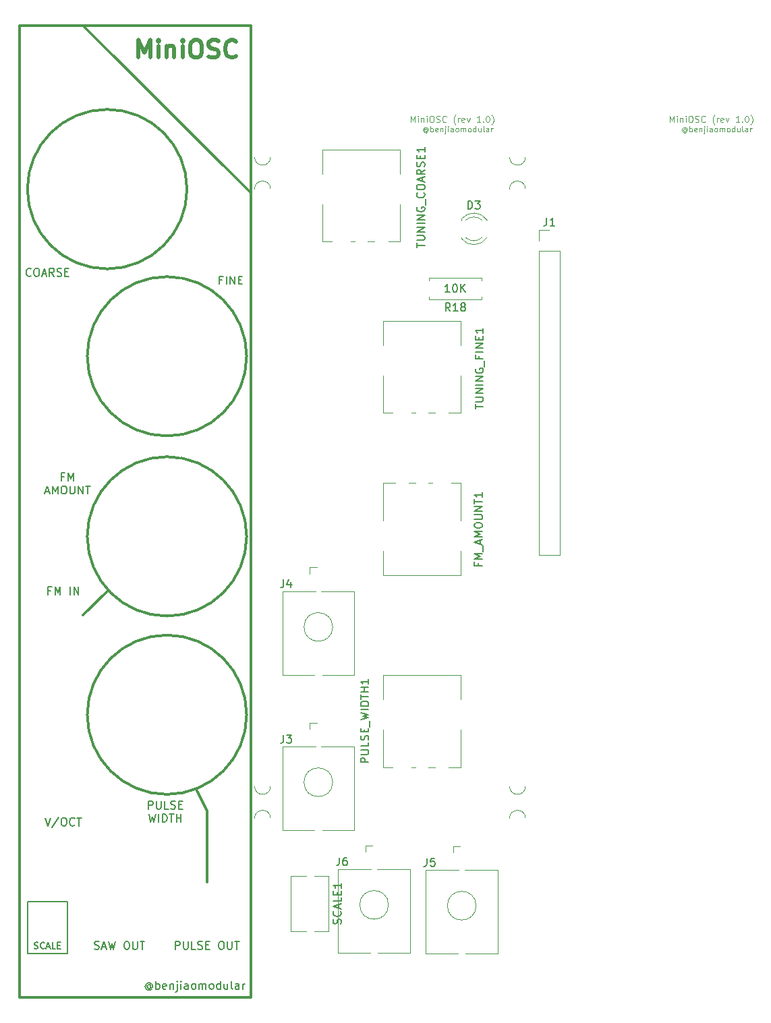
<source format=gbr>
%TF.GenerationSoftware,KiCad,Pcbnew,5.1.9+dfsg1-1~bpo10+1*%
%TF.CreationDate,2021-11-05T16:17:06+08:00*%
%TF.ProjectId,MiniOSC,4d696e69-4f53-4432-9e6b-696361645f70,rev?*%
%TF.SameCoordinates,Original*%
%TF.FileFunction,Legend,Top*%
%TF.FilePolarity,Positive*%
%FSLAX46Y46*%
G04 Gerber Fmt 4.6, Leading zero omitted, Abs format (unit mm)*
G04 Created by KiCad (PCBNEW 5.1.9+dfsg1-1~bpo10+1) date 2021-11-05 16:17:06*
%MOMM*%
%LPD*%
G01*
G04 APERTURE LIST*
%ADD10C,0.100000*%
%ADD11C,0.150000*%
%ADD12C,0.300000*%
%ADD13C,0.500000*%
%ADD14C,0.120000*%
G04 APERTURE END LIST*
D10*
X124116666Y-58483333D02*
X124083333Y-58450000D01*
X124016666Y-58416666D01*
X123950000Y-58416666D01*
X123883333Y-58450000D01*
X123850000Y-58483333D01*
X123816666Y-58550000D01*
X123816666Y-58616666D01*
X123850000Y-58683333D01*
X123883333Y-58716666D01*
X123950000Y-58750000D01*
X124016666Y-58750000D01*
X124083333Y-58716666D01*
X124116666Y-58683333D01*
X124116666Y-58416666D02*
X124116666Y-58683333D01*
X124150000Y-58716666D01*
X124183333Y-58716666D01*
X124250000Y-58683333D01*
X124283333Y-58616666D01*
X124283333Y-58450000D01*
X124216666Y-58350000D01*
X124116666Y-58283333D01*
X123983333Y-58250000D01*
X123850000Y-58283333D01*
X123750000Y-58350000D01*
X123683333Y-58450000D01*
X123650000Y-58583333D01*
X123683333Y-58716666D01*
X123750000Y-58816666D01*
X123850000Y-58883333D01*
X123983333Y-58916666D01*
X124116666Y-58883333D01*
X124216666Y-58816666D01*
X124583333Y-58816666D02*
X124583333Y-58116666D01*
X124583333Y-58383333D02*
X124650000Y-58350000D01*
X124783333Y-58350000D01*
X124850000Y-58383333D01*
X124883333Y-58416666D01*
X124916666Y-58483333D01*
X124916666Y-58683333D01*
X124883333Y-58750000D01*
X124850000Y-58783333D01*
X124783333Y-58816666D01*
X124650000Y-58816666D01*
X124583333Y-58783333D01*
X125483333Y-58783333D02*
X125416666Y-58816666D01*
X125283333Y-58816666D01*
X125216666Y-58783333D01*
X125183333Y-58716666D01*
X125183333Y-58450000D01*
X125216666Y-58383333D01*
X125283333Y-58350000D01*
X125416666Y-58350000D01*
X125483333Y-58383333D01*
X125516666Y-58450000D01*
X125516666Y-58516666D01*
X125183333Y-58583333D01*
X125816666Y-58350000D02*
X125816666Y-58816666D01*
X125816666Y-58416666D02*
X125850000Y-58383333D01*
X125916666Y-58350000D01*
X126016666Y-58350000D01*
X126083333Y-58383333D01*
X126116666Y-58450000D01*
X126116666Y-58816666D01*
X126450000Y-58350000D02*
X126450000Y-58950000D01*
X126416666Y-59016666D01*
X126350000Y-59050000D01*
X126316666Y-59050000D01*
X126450000Y-58116666D02*
X126416666Y-58150000D01*
X126450000Y-58183333D01*
X126483333Y-58150000D01*
X126450000Y-58116666D01*
X126450000Y-58183333D01*
X126783333Y-58816666D02*
X126783333Y-58350000D01*
X126783333Y-58116666D02*
X126750000Y-58150000D01*
X126783333Y-58183333D01*
X126816666Y-58150000D01*
X126783333Y-58116666D01*
X126783333Y-58183333D01*
X127416666Y-58816666D02*
X127416666Y-58450000D01*
X127383333Y-58383333D01*
X127316666Y-58350000D01*
X127183333Y-58350000D01*
X127116666Y-58383333D01*
X127416666Y-58783333D02*
X127350000Y-58816666D01*
X127183333Y-58816666D01*
X127116666Y-58783333D01*
X127083333Y-58716666D01*
X127083333Y-58650000D01*
X127116666Y-58583333D01*
X127183333Y-58550000D01*
X127350000Y-58550000D01*
X127416666Y-58516666D01*
X127850000Y-58816666D02*
X127783333Y-58783333D01*
X127750000Y-58750000D01*
X127716666Y-58683333D01*
X127716666Y-58483333D01*
X127750000Y-58416666D01*
X127783333Y-58383333D01*
X127850000Y-58350000D01*
X127950000Y-58350000D01*
X128016666Y-58383333D01*
X128050000Y-58416666D01*
X128083333Y-58483333D01*
X128083333Y-58683333D01*
X128050000Y-58750000D01*
X128016666Y-58783333D01*
X127950000Y-58816666D01*
X127850000Y-58816666D01*
X128383333Y-58816666D02*
X128383333Y-58350000D01*
X128383333Y-58416666D02*
X128416666Y-58383333D01*
X128483333Y-58350000D01*
X128583333Y-58350000D01*
X128650000Y-58383333D01*
X128683333Y-58450000D01*
X128683333Y-58816666D01*
X128683333Y-58450000D02*
X128716666Y-58383333D01*
X128783333Y-58350000D01*
X128883333Y-58350000D01*
X128950000Y-58383333D01*
X128983333Y-58450000D01*
X128983333Y-58816666D01*
X129416666Y-58816666D02*
X129350000Y-58783333D01*
X129316666Y-58750000D01*
X129283333Y-58683333D01*
X129283333Y-58483333D01*
X129316666Y-58416666D01*
X129350000Y-58383333D01*
X129416666Y-58350000D01*
X129516666Y-58350000D01*
X129583333Y-58383333D01*
X129616666Y-58416666D01*
X129650000Y-58483333D01*
X129650000Y-58683333D01*
X129616666Y-58750000D01*
X129583333Y-58783333D01*
X129516666Y-58816666D01*
X129416666Y-58816666D01*
X130250000Y-58816666D02*
X130250000Y-58116666D01*
X130250000Y-58783333D02*
X130183333Y-58816666D01*
X130050000Y-58816666D01*
X129983333Y-58783333D01*
X129950000Y-58750000D01*
X129916666Y-58683333D01*
X129916666Y-58483333D01*
X129950000Y-58416666D01*
X129983333Y-58383333D01*
X130050000Y-58350000D01*
X130183333Y-58350000D01*
X130250000Y-58383333D01*
X130883333Y-58350000D02*
X130883333Y-58816666D01*
X130583333Y-58350000D02*
X130583333Y-58716666D01*
X130616666Y-58783333D01*
X130683333Y-58816666D01*
X130783333Y-58816666D01*
X130850000Y-58783333D01*
X130883333Y-58750000D01*
X131316666Y-58816666D02*
X131250000Y-58783333D01*
X131216666Y-58716666D01*
X131216666Y-58116666D01*
X131883333Y-58816666D02*
X131883333Y-58450000D01*
X131850000Y-58383333D01*
X131783333Y-58350000D01*
X131650000Y-58350000D01*
X131583333Y-58383333D01*
X131883333Y-58783333D02*
X131816666Y-58816666D01*
X131650000Y-58816666D01*
X131583333Y-58783333D01*
X131550000Y-58716666D01*
X131550000Y-58650000D01*
X131583333Y-58583333D01*
X131650000Y-58550000D01*
X131816666Y-58550000D01*
X131883333Y-58516666D01*
X132216666Y-58816666D02*
X132216666Y-58350000D01*
X132216666Y-58483333D02*
X132250000Y-58416666D01*
X132283333Y-58383333D01*
X132350000Y-58350000D01*
X132416666Y-58350000D01*
X91616666Y-58483333D02*
X91583333Y-58450000D01*
X91516666Y-58416666D01*
X91450000Y-58416666D01*
X91383333Y-58450000D01*
X91350000Y-58483333D01*
X91316666Y-58550000D01*
X91316666Y-58616666D01*
X91350000Y-58683333D01*
X91383333Y-58716666D01*
X91450000Y-58750000D01*
X91516666Y-58750000D01*
X91583333Y-58716666D01*
X91616666Y-58683333D01*
X91616666Y-58416666D02*
X91616666Y-58683333D01*
X91650000Y-58716666D01*
X91683333Y-58716666D01*
X91750000Y-58683333D01*
X91783333Y-58616666D01*
X91783333Y-58450000D01*
X91716666Y-58350000D01*
X91616666Y-58283333D01*
X91483333Y-58250000D01*
X91350000Y-58283333D01*
X91250000Y-58350000D01*
X91183333Y-58450000D01*
X91150000Y-58583333D01*
X91183333Y-58716666D01*
X91250000Y-58816666D01*
X91350000Y-58883333D01*
X91483333Y-58916666D01*
X91616666Y-58883333D01*
X91716666Y-58816666D01*
X92083333Y-58816666D02*
X92083333Y-58116666D01*
X92083333Y-58383333D02*
X92150000Y-58350000D01*
X92283333Y-58350000D01*
X92350000Y-58383333D01*
X92383333Y-58416666D01*
X92416666Y-58483333D01*
X92416666Y-58683333D01*
X92383333Y-58750000D01*
X92350000Y-58783333D01*
X92283333Y-58816666D01*
X92150000Y-58816666D01*
X92083333Y-58783333D01*
X92983333Y-58783333D02*
X92916666Y-58816666D01*
X92783333Y-58816666D01*
X92716666Y-58783333D01*
X92683333Y-58716666D01*
X92683333Y-58450000D01*
X92716666Y-58383333D01*
X92783333Y-58350000D01*
X92916666Y-58350000D01*
X92983333Y-58383333D01*
X93016666Y-58450000D01*
X93016666Y-58516666D01*
X92683333Y-58583333D01*
X93316666Y-58350000D02*
X93316666Y-58816666D01*
X93316666Y-58416666D02*
X93350000Y-58383333D01*
X93416666Y-58350000D01*
X93516666Y-58350000D01*
X93583333Y-58383333D01*
X93616666Y-58450000D01*
X93616666Y-58816666D01*
X93950000Y-58350000D02*
X93950000Y-58950000D01*
X93916666Y-59016666D01*
X93850000Y-59050000D01*
X93816666Y-59050000D01*
X93950000Y-58116666D02*
X93916666Y-58150000D01*
X93950000Y-58183333D01*
X93983333Y-58150000D01*
X93950000Y-58116666D01*
X93950000Y-58183333D01*
X94283333Y-58816666D02*
X94283333Y-58350000D01*
X94283333Y-58116666D02*
X94250000Y-58150000D01*
X94283333Y-58183333D01*
X94316666Y-58150000D01*
X94283333Y-58116666D01*
X94283333Y-58183333D01*
X94916666Y-58816666D02*
X94916666Y-58450000D01*
X94883333Y-58383333D01*
X94816666Y-58350000D01*
X94683333Y-58350000D01*
X94616666Y-58383333D01*
X94916666Y-58783333D02*
X94850000Y-58816666D01*
X94683333Y-58816666D01*
X94616666Y-58783333D01*
X94583333Y-58716666D01*
X94583333Y-58650000D01*
X94616666Y-58583333D01*
X94683333Y-58550000D01*
X94850000Y-58550000D01*
X94916666Y-58516666D01*
X95350000Y-58816666D02*
X95283333Y-58783333D01*
X95250000Y-58750000D01*
X95216666Y-58683333D01*
X95216666Y-58483333D01*
X95250000Y-58416666D01*
X95283333Y-58383333D01*
X95350000Y-58350000D01*
X95450000Y-58350000D01*
X95516666Y-58383333D01*
X95550000Y-58416666D01*
X95583333Y-58483333D01*
X95583333Y-58683333D01*
X95550000Y-58750000D01*
X95516666Y-58783333D01*
X95450000Y-58816666D01*
X95350000Y-58816666D01*
X95883333Y-58816666D02*
X95883333Y-58350000D01*
X95883333Y-58416666D02*
X95916666Y-58383333D01*
X95983333Y-58350000D01*
X96083333Y-58350000D01*
X96150000Y-58383333D01*
X96183333Y-58450000D01*
X96183333Y-58816666D01*
X96183333Y-58450000D02*
X96216666Y-58383333D01*
X96283333Y-58350000D01*
X96383333Y-58350000D01*
X96450000Y-58383333D01*
X96483333Y-58450000D01*
X96483333Y-58816666D01*
X96916666Y-58816666D02*
X96850000Y-58783333D01*
X96816666Y-58750000D01*
X96783333Y-58683333D01*
X96783333Y-58483333D01*
X96816666Y-58416666D01*
X96850000Y-58383333D01*
X96916666Y-58350000D01*
X97016666Y-58350000D01*
X97083333Y-58383333D01*
X97116666Y-58416666D01*
X97150000Y-58483333D01*
X97150000Y-58683333D01*
X97116666Y-58750000D01*
X97083333Y-58783333D01*
X97016666Y-58816666D01*
X96916666Y-58816666D01*
X97750000Y-58816666D02*
X97750000Y-58116666D01*
X97750000Y-58783333D02*
X97683333Y-58816666D01*
X97550000Y-58816666D01*
X97483333Y-58783333D01*
X97450000Y-58750000D01*
X97416666Y-58683333D01*
X97416666Y-58483333D01*
X97450000Y-58416666D01*
X97483333Y-58383333D01*
X97550000Y-58350000D01*
X97683333Y-58350000D01*
X97750000Y-58383333D01*
X98383333Y-58350000D02*
X98383333Y-58816666D01*
X98083333Y-58350000D02*
X98083333Y-58716666D01*
X98116666Y-58783333D01*
X98183333Y-58816666D01*
X98283333Y-58816666D01*
X98350000Y-58783333D01*
X98383333Y-58750000D01*
X98816666Y-58816666D02*
X98750000Y-58783333D01*
X98716666Y-58716666D01*
X98716666Y-58116666D01*
X99383333Y-58816666D02*
X99383333Y-58450000D01*
X99350000Y-58383333D01*
X99283333Y-58350000D01*
X99150000Y-58350000D01*
X99083333Y-58383333D01*
X99383333Y-58783333D02*
X99316666Y-58816666D01*
X99150000Y-58816666D01*
X99083333Y-58783333D01*
X99050000Y-58716666D01*
X99050000Y-58650000D01*
X99083333Y-58583333D01*
X99150000Y-58550000D01*
X99316666Y-58550000D01*
X99383333Y-58516666D01*
X99716666Y-58816666D02*
X99716666Y-58350000D01*
X99716666Y-58483333D02*
X99750000Y-58416666D01*
X99783333Y-58383333D01*
X99850000Y-58350000D01*
X99916666Y-58350000D01*
X122094523Y-57611904D02*
X122094523Y-56811904D01*
X122361190Y-57383333D01*
X122627857Y-56811904D01*
X122627857Y-57611904D01*
X123008809Y-57611904D02*
X123008809Y-57078571D01*
X123008809Y-56811904D02*
X122970714Y-56850000D01*
X123008809Y-56888095D01*
X123046904Y-56850000D01*
X123008809Y-56811904D01*
X123008809Y-56888095D01*
X123389761Y-57078571D02*
X123389761Y-57611904D01*
X123389761Y-57154761D02*
X123427857Y-57116666D01*
X123504047Y-57078571D01*
X123618333Y-57078571D01*
X123694523Y-57116666D01*
X123732619Y-57192857D01*
X123732619Y-57611904D01*
X124113571Y-57611904D02*
X124113571Y-57078571D01*
X124113571Y-56811904D02*
X124075476Y-56850000D01*
X124113571Y-56888095D01*
X124151666Y-56850000D01*
X124113571Y-56811904D01*
X124113571Y-56888095D01*
X124646904Y-56811904D02*
X124799285Y-56811904D01*
X124875476Y-56850000D01*
X124951666Y-56926190D01*
X124989761Y-57078571D01*
X124989761Y-57345238D01*
X124951666Y-57497619D01*
X124875476Y-57573809D01*
X124799285Y-57611904D01*
X124646904Y-57611904D01*
X124570714Y-57573809D01*
X124494523Y-57497619D01*
X124456428Y-57345238D01*
X124456428Y-57078571D01*
X124494523Y-56926190D01*
X124570714Y-56850000D01*
X124646904Y-56811904D01*
X125294523Y-57573809D02*
X125408809Y-57611904D01*
X125599285Y-57611904D01*
X125675476Y-57573809D01*
X125713571Y-57535714D01*
X125751666Y-57459523D01*
X125751666Y-57383333D01*
X125713571Y-57307142D01*
X125675476Y-57269047D01*
X125599285Y-57230952D01*
X125446904Y-57192857D01*
X125370714Y-57154761D01*
X125332619Y-57116666D01*
X125294523Y-57040476D01*
X125294523Y-56964285D01*
X125332619Y-56888095D01*
X125370714Y-56850000D01*
X125446904Y-56811904D01*
X125637380Y-56811904D01*
X125751666Y-56850000D01*
X126551666Y-57535714D02*
X126513571Y-57573809D01*
X126399285Y-57611904D01*
X126323095Y-57611904D01*
X126208809Y-57573809D01*
X126132619Y-57497619D01*
X126094523Y-57421428D01*
X126056428Y-57269047D01*
X126056428Y-57154761D01*
X126094523Y-57002380D01*
X126132619Y-56926190D01*
X126208809Y-56850000D01*
X126323095Y-56811904D01*
X126399285Y-56811904D01*
X126513571Y-56850000D01*
X126551666Y-56888095D01*
X127732619Y-57916666D02*
X127694523Y-57878571D01*
X127618333Y-57764285D01*
X127580238Y-57688095D01*
X127542142Y-57573809D01*
X127504047Y-57383333D01*
X127504047Y-57230952D01*
X127542142Y-57040476D01*
X127580238Y-56926190D01*
X127618333Y-56850000D01*
X127694523Y-56735714D01*
X127732619Y-56697619D01*
X128037380Y-57611904D02*
X128037380Y-57078571D01*
X128037380Y-57230952D02*
X128075476Y-57154761D01*
X128113571Y-57116666D01*
X128189761Y-57078571D01*
X128265952Y-57078571D01*
X128837380Y-57573809D02*
X128761190Y-57611904D01*
X128608809Y-57611904D01*
X128532619Y-57573809D01*
X128494523Y-57497619D01*
X128494523Y-57192857D01*
X128532619Y-57116666D01*
X128608809Y-57078571D01*
X128761190Y-57078571D01*
X128837380Y-57116666D01*
X128875476Y-57192857D01*
X128875476Y-57269047D01*
X128494523Y-57345238D01*
X129142142Y-57078571D02*
X129332619Y-57611904D01*
X129523095Y-57078571D01*
X130856428Y-57611904D02*
X130399285Y-57611904D01*
X130627857Y-57611904D02*
X130627857Y-56811904D01*
X130551666Y-56926190D01*
X130475476Y-57002380D01*
X130399285Y-57040476D01*
X131199285Y-57535714D02*
X131237380Y-57573809D01*
X131199285Y-57611904D01*
X131161190Y-57573809D01*
X131199285Y-57535714D01*
X131199285Y-57611904D01*
X131732619Y-56811904D02*
X131808809Y-56811904D01*
X131885000Y-56850000D01*
X131923095Y-56888095D01*
X131961190Y-56964285D01*
X131999285Y-57116666D01*
X131999285Y-57307142D01*
X131961190Y-57459523D01*
X131923095Y-57535714D01*
X131885000Y-57573809D01*
X131808809Y-57611904D01*
X131732619Y-57611904D01*
X131656428Y-57573809D01*
X131618333Y-57535714D01*
X131580238Y-57459523D01*
X131542142Y-57307142D01*
X131542142Y-57116666D01*
X131580238Y-56964285D01*
X131618333Y-56888095D01*
X131656428Y-56850000D01*
X131732619Y-56811904D01*
X132265952Y-57916666D02*
X132304047Y-57878571D01*
X132380238Y-57764285D01*
X132418333Y-57688095D01*
X132456428Y-57573809D01*
X132494523Y-57383333D01*
X132494523Y-57230952D01*
X132456428Y-57040476D01*
X132418333Y-56926190D01*
X132380238Y-56850000D01*
X132304047Y-56735714D01*
X132265952Y-56697619D01*
X89594523Y-57611904D02*
X89594523Y-56811904D01*
X89861190Y-57383333D01*
X90127857Y-56811904D01*
X90127857Y-57611904D01*
X90508809Y-57611904D02*
X90508809Y-57078571D01*
X90508809Y-56811904D02*
X90470714Y-56850000D01*
X90508809Y-56888095D01*
X90546904Y-56850000D01*
X90508809Y-56811904D01*
X90508809Y-56888095D01*
X90889761Y-57078571D02*
X90889761Y-57611904D01*
X90889761Y-57154761D02*
X90927857Y-57116666D01*
X91004047Y-57078571D01*
X91118333Y-57078571D01*
X91194523Y-57116666D01*
X91232619Y-57192857D01*
X91232619Y-57611904D01*
X91613571Y-57611904D02*
X91613571Y-57078571D01*
X91613571Y-56811904D02*
X91575476Y-56850000D01*
X91613571Y-56888095D01*
X91651666Y-56850000D01*
X91613571Y-56811904D01*
X91613571Y-56888095D01*
X92146904Y-56811904D02*
X92299285Y-56811904D01*
X92375476Y-56850000D01*
X92451666Y-56926190D01*
X92489761Y-57078571D01*
X92489761Y-57345238D01*
X92451666Y-57497619D01*
X92375476Y-57573809D01*
X92299285Y-57611904D01*
X92146904Y-57611904D01*
X92070714Y-57573809D01*
X91994523Y-57497619D01*
X91956428Y-57345238D01*
X91956428Y-57078571D01*
X91994523Y-56926190D01*
X92070714Y-56850000D01*
X92146904Y-56811904D01*
X92794523Y-57573809D02*
X92908809Y-57611904D01*
X93099285Y-57611904D01*
X93175476Y-57573809D01*
X93213571Y-57535714D01*
X93251666Y-57459523D01*
X93251666Y-57383333D01*
X93213571Y-57307142D01*
X93175476Y-57269047D01*
X93099285Y-57230952D01*
X92946904Y-57192857D01*
X92870714Y-57154761D01*
X92832619Y-57116666D01*
X92794523Y-57040476D01*
X92794523Y-56964285D01*
X92832619Y-56888095D01*
X92870714Y-56850000D01*
X92946904Y-56811904D01*
X93137380Y-56811904D01*
X93251666Y-56850000D01*
X94051666Y-57535714D02*
X94013571Y-57573809D01*
X93899285Y-57611904D01*
X93823095Y-57611904D01*
X93708809Y-57573809D01*
X93632619Y-57497619D01*
X93594523Y-57421428D01*
X93556428Y-57269047D01*
X93556428Y-57154761D01*
X93594523Y-57002380D01*
X93632619Y-56926190D01*
X93708809Y-56850000D01*
X93823095Y-56811904D01*
X93899285Y-56811904D01*
X94013571Y-56850000D01*
X94051666Y-56888095D01*
X95232619Y-57916666D02*
X95194523Y-57878571D01*
X95118333Y-57764285D01*
X95080238Y-57688095D01*
X95042142Y-57573809D01*
X95004047Y-57383333D01*
X95004047Y-57230952D01*
X95042142Y-57040476D01*
X95080238Y-56926190D01*
X95118333Y-56850000D01*
X95194523Y-56735714D01*
X95232619Y-56697619D01*
X95537380Y-57611904D02*
X95537380Y-57078571D01*
X95537380Y-57230952D02*
X95575476Y-57154761D01*
X95613571Y-57116666D01*
X95689761Y-57078571D01*
X95765952Y-57078571D01*
X96337380Y-57573809D02*
X96261190Y-57611904D01*
X96108809Y-57611904D01*
X96032619Y-57573809D01*
X95994523Y-57497619D01*
X95994523Y-57192857D01*
X96032619Y-57116666D01*
X96108809Y-57078571D01*
X96261190Y-57078571D01*
X96337380Y-57116666D01*
X96375476Y-57192857D01*
X96375476Y-57269047D01*
X95994523Y-57345238D01*
X96642142Y-57078571D02*
X96832619Y-57611904D01*
X97023095Y-57078571D01*
X98356428Y-57611904D02*
X97899285Y-57611904D01*
X98127857Y-57611904D02*
X98127857Y-56811904D01*
X98051666Y-56926190D01*
X97975476Y-57002380D01*
X97899285Y-57040476D01*
X98699285Y-57535714D02*
X98737380Y-57573809D01*
X98699285Y-57611904D01*
X98661190Y-57573809D01*
X98699285Y-57535714D01*
X98699285Y-57611904D01*
X99232619Y-56811904D02*
X99308809Y-56811904D01*
X99385000Y-56850000D01*
X99423095Y-56888095D01*
X99461190Y-56964285D01*
X99499285Y-57116666D01*
X99499285Y-57307142D01*
X99461190Y-57459523D01*
X99423095Y-57535714D01*
X99385000Y-57573809D01*
X99308809Y-57611904D01*
X99232619Y-57611904D01*
X99156428Y-57573809D01*
X99118333Y-57535714D01*
X99080238Y-57459523D01*
X99042142Y-57307142D01*
X99042142Y-57116666D01*
X99080238Y-56964285D01*
X99118333Y-56888095D01*
X99156428Y-56850000D01*
X99232619Y-56811904D01*
X99765952Y-57916666D02*
X99804047Y-57878571D01*
X99880238Y-57764285D01*
X99918333Y-57688095D01*
X99956428Y-57573809D01*
X99994523Y-57383333D01*
X99994523Y-57230952D01*
X99956428Y-57040476D01*
X99918333Y-56926190D01*
X99880238Y-56850000D01*
X99804047Y-56735714D01*
X99765952Y-56697619D01*
D11*
X56952380Y-165976190D02*
X56904761Y-165928571D01*
X56809523Y-165880952D01*
X56714285Y-165880952D01*
X56619047Y-165928571D01*
X56571428Y-165976190D01*
X56523809Y-166071428D01*
X56523809Y-166166666D01*
X56571428Y-166261904D01*
X56619047Y-166309523D01*
X56714285Y-166357142D01*
X56809523Y-166357142D01*
X56904761Y-166309523D01*
X56952380Y-166261904D01*
X56952380Y-165880952D02*
X56952380Y-166261904D01*
X57000000Y-166309523D01*
X57047619Y-166309523D01*
X57142857Y-166261904D01*
X57190476Y-166166666D01*
X57190476Y-165928571D01*
X57095238Y-165785714D01*
X56952380Y-165690476D01*
X56761904Y-165642857D01*
X56571428Y-165690476D01*
X56428571Y-165785714D01*
X56333333Y-165928571D01*
X56285714Y-166119047D01*
X56333333Y-166309523D01*
X56428571Y-166452380D01*
X56571428Y-166547619D01*
X56761904Y-166595238D01*
X56952380Y-166547619D01*
X57095238Y-166452380D01*
X57619047Y-166452380D02*
X57619047Y-165452380D01*
X57619047Y-165833333D02*
X57714285Y-165785714D01*
X57904761Y-165785714D01*
X58000000Y-165833333D01*
X58047619Y-165880952D01*
X58095238Y-165976190D01*
X58095238Y-166261904D01*
X58047619Y-166357142D01*
X58000000Y-166404761D01*
X57904761Y-166452380D01*
X57714285Y-166452380D01*
X57619047Y-166404761D01*
X58904761Y-166404761D02*
X58809523Y-166452380D01*
X58619047Y-166452380D01*
X58523809Y-166404761D01*
X58476190Y-166309523D01*
X58476190Y-165928571D01*
X58523809Y-165833333D01*
X58619047Y-165785714D01*
X58809523Y-165785714D01*
X58904761Y-165833333D01*
X58952380Y-165928571D01*
X58952380Y-166023809D01*
X58476190Y-166119047D01*
X59380952Y-165785714D02*
X59380952Y-166452380D01*
X59380952Y-165880952D02*
X59428571Y-165833333D01*
X59523809Y-165785714D01*
X59666666Y-165785714D01*
X59761904Y-165833333D01*
X59809523Y-165928571D01*
X59809523Y-166452380D01*
X60285714Y-165785714D02*
X60285714Y-166642857D01*
X60238095Y-166738095D01*
X60142857Y-166785714D01*
X60095238Y-166785714D01*
X60285714Y-165452380D02*
X60238095Y-165500000D01*
X60285714Y-165547619D01*
X60333333Y-165500000D01*
X60285714Y-165452380D01*
X60285714Y-165547619D01*
X60761904Y-166452380D02*
X60761904Y-165785714D01*
X60761904Y-165452380D02*
X60714285Y-165500000D01*
X60761904Y-165547619D01*
X60809523Y-165500000D01*
X60761904Y-165452380D01*
X60761904Y-165547619D01*
X61666666Y-166452380D02*
X61666666Y-165928571D01*
X61619047Y-165833333D01*
X61523809Y-165785714D01*
X61333333Y-165785714D01*
X61238095Y-165833333D01*
X61666666Y-166404761D02*
X61571428Y-166452380D01*
X61333333Y-166452380D01*
X61238095Y-166404761D01*
X61190476Y-166309523D01*
X61190476Y-166214285D01*
X61238095Y-166119047D01*
X61333333Y-166071428D01*
X61571428Y-166071428D01*
X61666666Y-166023809D01*
X62285714Y-166452380D02*
X62190476Y-166404761D01*
X62142857Y-166357142D01*
X62095238Y-166261904D01*
X62095238Y-165976190D01*
X62142857Y-165880952D01*
X62190476Y-165833333D01*
X62285714Y-165785714D01*
X62428571Y-165785714D01*
X62523809Y-165833333D01*
X62571428Y-165880952D01*
X62619047Y-165976190D01*
X62619047Y-166261904D01*
X62571428Y-166357142D01*
X62523809Y-166404761D01*
X62428571Y-166452380D01*
X62285714Y-166452380D01*
X63047619Y-166452380D02*
X63047619Y-165785714D01*
X63047619Y-165880952D02*
X63095238Y-165833333D01*
X63190476Y-165785714D01*
X63333333Y-165785714D01*
X63428571Y-165833333D01*
X63476190Y-165928571D01*
X63476190Y-166452380D01*
X63476190Y-165928571D02*
X63523809Y-165833333D01*
X63619047Y-165785714D01*
X63761904Y-165785714D01*
X63857142Y-165833333D01*
X63904761Y-165928571D01*
X63904761Y-166452380D01*
X64523809Y-166452380D02*
X64428571Y-166404761D01*
X64380952Y-166357142D01*
X64333333Y-166261904D01*
X64333333Y-165976190D01*
X64380952Y-165880952D01*
X64428571Y-165833333D01*
X64523809Y-165785714D01*
X64666666Y-165785714D01*
X64761904Y-165833333D01*
X64809523Y-165880952D01*
X64857142Y-165976190D01*
X64857142Y-166261904D01*
X64809523Y-166357142D01*
X64761904Y-166404761D01*
X64666666Y-166452380D01*
X64523809Y-166452380D01*
X65714285Y-166452380D02*
X65714285Y-165452380D01*
X65714285Y-166404761D02*
X65619047Y-166452380D01*
X65428571Y-166452380D01*
X65333333Y-166404761D01*
X65285714Y-166357142D01*
X65238095Y-166261904D01*
X65238095Y-165976190D01*
X65285714Y-165880952D01*
X65333333Y-165833333D01*
X65428571Y-165785714D01*
X65619047Y-165785714D01*
X65714285Y-165833333D01*
X66619047Y-165785714D02*
X66619047Y-166452380D01*
X66190476Y-165785714D02*
X66190476Y-166309523D01*
X66238095Y-166404761D01*
X66333333Y-166452380D01*
X66476190Y-166452380D01*
X66571428Y-166404761D01*
X66619047Y-166357142D01*
X67238095Y-166452380D02*
X67142857Y-166404761D01*
X67095238Y-166309523D01*
X67095238Y-165452380D01*
X68047619Y-166452380D02*
X68047619Y-165928571D01*
X68000000Y-165833333D01*
X67904761Y-165785714D01*
X67714285Y-165785714D01*
X67619047Y-165833333D01*
X68047619Y-166404761D02*
X67952380Y-166452380D01*
X67714285Y-166452380D01*
X67619047Y-166404761D01*
X67571428Y-166309523D01*
X67571428Y-166214285D01*
X67619047Y-166119047D01*
X67714285Y-166071428D01*
X67952380Y-166071428D01*
X68047619Y-166023809D01*
X68523809Y-166452380D02*
X68523809Y-165785714D01*
X68523809Y-165976190D02*
X68571428Y-165880952D01*
X68619047Y-165833333D01*
X68714285Y-165785714D01*
X68809523Y-165785714D01*
D12*
X69500000Y-45500000D02*
X69500000Y-66500000D01*
X40500000Y-45500000D02*
X69500000Y-45500000D01*
D11*
X46071428Y-102103571D02*
X45738095Y-102103571D01*
X45738095Y-102627380D02*
X45738095Y-101627380D01*
X46214285Y-101627380D01*
X46595238Y-102627380D02*
X46595238Y-101627380D01*
X46928571Y-102341666D01*
X47261904Y-101627380D01*
X47261904Y-102627380D01*
X43738095Y-103991666D02*
X44214285Y-103991666D01*
X43642857Y-104277380D02*
X43976190Y-103277380D01*
X44309523Y-104277380D01*
X44642857Y-104277380D02*
X44642857Y-103277380D01*
X44976190Y-103991666D01*
X45309523Y-103277380D01*
X45309523Y-104277380D01*
X45976190Y-103277380D02*
X46166666Y-103277380D01*
X46261904Y-103325000D01*
X46357142Y-103420238D01*
X46404761Y-103610714D01*
X46404761Y-103944047D01*
X46357142Y-104134523D01*
X46261904Y-104229761D01*
X46166666Y-104277380D01*
X45976190Y-104277380D01*
X45880952Y-104229761D01*
X45785714Y-104134523D01*
X45738095Y-103944047D01*
X45738095Y-103610714D01*
X45785714Y-103420238D01*
X45880952Y-103325000D01*
X45976190Y-103277380D01*
X46833333Y-103277380D02*
X46833333Y-104086904D01*
X46880952Y-104182142D01*
X46928571Y-104229761D01*
X47023809Y-104277380D01*
X47214285Y-104277380D01*
X47309523Y-104229761D01*
X47357142Y-104182142D01*
X47404761Y-104086904D01*
X47404761Y-103277380D01*
X47880952Y-104277380D02*
X47880952Y-103277380D01*
X48452380Y-104277380D01*
X48452380Y-103277380D01*
X48785714Y-103277380D02*
X49357142Y-103277380D01*
X49071428Y-104277380D02*
X49071428Y-103277380D01*
X56680952Y-143827380D02*
X56680952Y-142827380D01*
X57061904Y-142827380D01*
X57157142Y-142875000D01*
X57204761Y-142922619D01*
X57252380Y-143017857D01*
X57252380Y-143160714D01*
X57204761Y-143255952D01*
X57157142Y-143303571D01*
X57061904Y-143351190D01*
X56680952Y-143351190D01*
X57680952Y-142827380D02*
X57680952Y-143636904D01*
X57728571Y-143732142D01*
X57776190Y-143779761D01*
X57871428Y-143827380D01*
X58061904Y-143827380D01*
X58157142Y-143779761D01*
X58204761Y-143732142D01*
X58252380Y-143636904D01*
X58252380Y-142827380D01*
X59204761Y-143827380D02*
X58728571Y-143827380D01*
X58728571Y-142827380D01*
X59490476Y-143779761D02*
X59633333Y-143827380D01*
X59871428Y-143827380D01*
X59966666Y-143779761D01*
X60014285Y-143732142D01*
X60061904Y-143636904D01*
X60061904Y-143541666D01*
X60014285Y-143446428D01*
X59966666Y-143398809D01*
X59871428Y-143351190D01*
X59680952Y-143303571D01*
X59585714Y-143255952D01*
X59538095Y-143208333D01*
X59490476Y-143113095D01*
X59490476Y-143017857D01*
X59538095Y-142922619D01*
X59585714Y-142875000D01*
X59680952Y-142827380D01*
X59919047Y-142827380D01*
X60061904Y-142875000D01*
X60490476Y-143303571D02*
X60823809Y-143303571D01*
X60966666Y-143827380D02*
X60490476Y-143827380D01*
X60490476Y-142827380D01*
X60966666Y-142827380D01*
X56728571Y-144477380D02*
X56966666Y-145477380D01*
X57157142Y-144763095D01*
X57347619Y-145477380D01*
X57585714Y-144477380D01*
X57966666Y-145477380D02*
X57966666Y-144477380D01*
X58442857Y-145477380D02*
X58442857Y-144477380D01*
X58680952Y-144477380D01*
X58823809Y-144525000D01*
X58919047Y-144620238D01*
X58966666Y-144715476D01*
X59014285Y-144905952D01*
X59014285Y-145048809D01*
X58966666Y-145239285D01*
X58919047Y-145334523D01*
X58823809Y-145429761D01*
X58680952Y-145477380D01*
X58442857Y-145477380D01*
X59300000Y-144477380D02*
X59871428Y-144477380D01*
X59585714Y-145477380D02*
X59585714Y-144477380D01*
X60204761Y-145477380D02*
X60204761Y-144477380D01*
X60204761Y-144953571D02*
X60776190Y-144953571D01*
X60776190Y-145477380D02*
X60776190Y-144477380D01*
X41500000Y-162000000D02*
X41500000Y-155500000D01*
X46500000Y-162000000D02*
X41500000Y-162000000D01*
X46500000Y-155500000D02*
X46500000Y-162000000D01*
X41500000Y-155500000D02*
X46500000Y-155500000D01*
X42342857Y-161323809D02*
X42457142Y-161361904D01*
X42647619Y-161361904D01*
X42723809Y-161323809D01*
X42761904Y-161285714D01*
X42800000Y-161209523D01*
X42800000Y-161133333D01*
X42761904Y-161057142D01*
X42723809Y-161019047D01*
X42647619Y-160980952D01*
X42495238Y-160942857D01*
X42419047Y-160904761D01*
X42380952Y-160866666D01*
X42342857Y-160790476D01*
X42342857Y-160714285D01*
X42380952Y-160638095D01*
X42419047Y-160600000D01*
X42495238Y-160561904D01*
X42685714Y-160561904D01*
X42800000Y-160600000D01*
X43600000Y-161285714D02*
X43561904Y-161323809D01*
X43447619Y-161361904D01*
X43371428Y-161361904D01*
X43257142Y-161323809D01*
X43180952Y-161247619D01*
X43142857Y-161171428D01*
X43104761Y-161019047D01*
X43104761Y-160904761D01*
X43142857Y-160752380D01*
X43180952Y-160676190D01*
X43257142Y-160600000D01*
X43371428Y-160561904D01*
X43447619Y-160561904D01*
X43561904Y-160600000D01*
X43600000Y-160638095D01*
X43904761Y-161133333D02*
X44285714Y-161133333D01*
X43828571Y-161361904D02*
X44095238Y-160561904D01*
X44361904Y-161361904D01*
X45009523Y-161361904D02*
X44628571Y-161361904D01*
X44628571Y-160561904D01*
X45276190Y-160942857D02*
X45542857Y-160942857D01*
X45657142Y-161361904D02*
X45276190Y-161361904D01*
X45276190Y-160561904D01*
X45657142Y-160561904D01*
D12*
X69500000Y-167500000D02*
X69500000Y-66500000D01*
X40500000Y-167500000D02*
X69500000Y-167500000D01*
X40500000Y-45500000D02*
X40500000Y-167500000D01*
X48500000Y-45500000D02*
X69500000Y-66500000D01*
D13*
X55423809Y-49495238D02*
X55423809Y-47295238D01*
X56157142Y-48866666D01*
X56890476Y-47295238D01*
X56890476Y-49495238D01*
X57938095Y-49495238D02*
X57938095Y-48028571D01*
X57938095Y-47295238D02*
X57833333Y-47400000D01*
X57938095Y-47504761D01*
X58042857Y-47400000D01*
X57938095Y-47295238D01*
X57938095Y-47504761D01*
X58985714Y-48028571D02*
X58985714Y-49495238D01*
X58985714Y-48238095D02*
X59090476Y-48133333D01*
X59300000Y-48028571D01*
X59614285Y-48028571D01*
X59823809Y-48133333D01*
X59928571Y-48342857D01*
X59928571Y-49495238D01*
X60976190Y-49495238D02*
X60976190Y-48028571D01*
X60976190Y-47295238D02*
X60871428Y-47400000D01*
X60976190Y-47504761D01*
X61080952Y-47400000D01*
X60976190Y-47295238D01*
X60976190Y-47504761D01*
X62442857Y-47295238D02*
X62861904Y-47295238D01*
X63071428Y-47400000D01*
X63280952Y-47609523D01*
X63385714Y-48028571D01*
X63385714Y-48761904D01*
X63280952Y-49180952D01*
X63071428Y-49390476D01*
X62861904Y-49495238D01*
X62442857Y-49495238D01*
X62233333Y-49390476D01*
X62023809Y-49180952D01*
X61919047Y-48761904D01*
X61919047Y-48028571D01*
X62023809Y-47609523D01*
X62233333Y-47400000D01*
X62442857Y-47295238D01*
X64223809Y-49390476D02*
X64538095Y-49495238D01*
X65061904Y-49495238D01*
X65271428Y-49390476D01*
X65376190Y-49285714D01*
X65480952Y-49076190D01*
X65480952Y-48866666D01*
X65376190Y-48657142D01*
X65271428Y-48552380D01*
X65061904Y-48447619D01*
X64642857Y-48342857D01*
X64433333Y-48238095D01*
X64328571Y-48133333D01*
X64223809Y-47923809D01*
X64223809Y-47714285D01*
X64328571Y-47504761D01*
X64433333Y-47400000D01*
X64642857Y-47295238D01*
X65166666Y-47295238D01*
X65480952Y-47400000D01*
X67680952Y-49285714D02*
X67576190Y-49390476D01*
X67261904Y-49495238D01*
X67052380Y-49495238D01*
X66738095Y-49390476D01*
X66528571Y-49180952D01*
X66423809Y-48971428D01*
X66319047Y-48552380D01*
X66319047Y-48238095D01*
X66423809Y-47819047D01*
X66528571Y-47609523D01*
X66738095Y-47400000D01*
X67052380Y-47295238D01*
X67261904Y-47295238D01*
X67576190Y-47400000D01*
X67680952Y-47504761D01*
D12*
X48500000Y-119500000D02*
X51500000Y-116500000D01*
X64000000Y-144000000D02*
X62800000Y-141600000D01*
X64000000Y-153000000D02*
X64000000Y-144000000D01*
D11*
X43738095Y-144952380D02*
X44071428Y-145952380D01*
X44404761Y-144952380D01*
X45452380Y-144904761D02*
X44595238Y-146190476D01*
X45976190Y-144952380D02*
X46166666Y-144952380D01*
X46261904Y-145000000D01*
X46357142Y-145095238D01*
X46404761Y-145285714D01*
X46404761Y-145619047D01*
X46357142Y-145809523D01*
X46261904Y-145904761D01*
X46166666Y-145952380D01*
X45976190Y-145952380D01*
X45880952Y-145904761D01*
X45785714Y-145809523D01*
X45738095Y-145619047D01*
X45738095Y-145285714D01*
X45785714Y-145095238D01*
X45880952Y-145000000D01*
X45976190Y-144952380D01*
X47404761Y-145857142D02*
X47357142Y-145904761D01*
X47214285Y-145952380D01*
X47119047Y-145952380D01*
X46976190Y-145904761D01*
X46880952Y-145809523D01*
X46833333Y-145714285D01*
X46785714Y-145523809D01*
X46785714Y-145380952D01*
X46833333Y-145190476D01*
X46880952Y-145095238D01*
X46976190Y-145000000D01*
X47119047Y-144952380D01*
X47214285Y-144952380D01*
X47357142Y-145000000D01*
X47404761Y-145047619D01*
X47690476Y-144952380D02*
X48261904Y-144952380D01*
X47976190Y-145952380D02*
X47976190Y-144952380D01*
X49904761Y-161404761D02*
X50047619Y-161452380D01*
X50285714Y-161452380D01*
X50380952Y-161404761D01*
X50428571Y-161357142D01*
X50476190Y-161261904D01*
X50476190Y-161166666D01*
X50428571Y-161071428D01*
X50380952Y-161023809D01*
X50285714Y-160976190D01*
X50095238Y-160928571D01*
X50000000Y-160880952D01*
X49952380Y-160833333D01*
X49904761Y-160738095D01*
X49904761Y-160642857D01*
X49952380Y-160547619D01*
X50000000Y-160500000D01*
X50095238Y-160452380D01*
X50333333Y-160452380D01*
X50476190Y-160500000D01*
X50857142Y-161166666D02*
X51333333Y-161166666D01*
X50761904Y-161452380D02*
X51095238Y-160452380D01*
X51428571Y-161452380D01*
X51666666Y-160452380D02*
X51904761Y-161452380D01*
X52095238Y-160738095D01*
X52285714Y-161452380D01*
X52523809Y-160452380D01*
X53857142Y-160452380D02*
X54047619Y-160452380D01*
X54142857Y-160500000D01*
X54238095Y-160595238D01*
X54285714Y-160785714D01*
X54285714Y-161119047D01*
X54238095Y-161309523D01*
X54142857Y-161404761D01*
X54047619Y-161452380D01*
X53857142Y-161452380D01*
X53761904Y-161404761D01*
X53666666Y-161309523D01*
X53619047Y-161119047D01*
X53619047Y-160785714D01*
X53666666Y-160595238D01*
X53761904Y-160500000D01*
X53857142Y-160452380D01*
X54714285Y-160452380D02*
X54714285Y-161261904D01*
X54761904Y-161357142D01*
X54809523Y-161404761D01*
X54904761Y-161452380D01*
X55095238Y-161452380D01*
X55190476Y-161404761D01*
X55238095Y-161357142D01*
X55285714Y-161261904D01*
X55285714Y-160452380D01*
X55619047Y-160452380D02*
X56190476Y-160452380D01*
X55904761Y-161452380D02*
X55904761Y-160452380D01*
X60071428Y-161452380D02*
X60071428Y-160452380D01*
X60452380Y-160452380D01*
X60547619Y-160500000D01*
X60595238Y-160547619D01*
X60642857Y-160642857D01*
X60642857Y-160785714D01*
X60595238Y-160880952D01*
X60547619Y-160928571D01*
X60452380Y-160976190D01*
X60071428Y-160976190D01*
X61071428Y-160452380D02*
X61071428Y-161261904D01*
X61119047Y-161357142D01*
X61166666Y-161404761D01*
X61261904Y-161452380D01*
X61452380Y-161452380D01*
X61547619Y-161404761D01*
X61595238Y-161357142D01*
X61642857Y-161261904D01*
X61642857Y-160452380D01*
X62595238Y-161452380D02*
X62119047Y-161452380D01*
X62119047Y-160452380D01*
X62880952Y-161404761D02*
X63023809Y-161452380D01*
X63261904Y-161452380D01*
X63357142Y-161404761D01*
X63404761Y-161357142D01*
X63452380Y-161261904D01*
X63452380Y-161166666D01*
X63404761Y-161071428D01*
X63357142Y-161023809D01*
X63261904Y-160976190D01*
X63071428Y-160928571D01*
X62976190Y-160880952D01*
X62928571Y-160833333D01*
X62880952Y-160738095D01*
X62880952Y-160642857D01*
X62928571Y-160547619D01*
X62976190Y-160500000D01*
X63071428Y-160452380D01*
X63309523Y-160452380D01*
X63452380Y-160500000D01*
X63880952Y-160928571D02*
X64214285Y-160928571D01*
X64357142Y-161452380D02*
X63880952Y-161452380D01*
X63880952Y-160452380D01*
X64357142Y-160452380D01*
X65738095Y-160452380D02*
X65928571Y-160452380D01*
X66023809Y-160500000D01*
X66119047Y-160595238D01*
X66166666Y-160785714D01*
X66166666Y-161119047D01*
X66119047Y-161309523D01*
X66023809Y-161404761D01*
X65928571Y-161452380D01*
X65738095Y-161452380D01*
X65642857Y-161404761D01*
X65547619Y-161309523D01*
X65500000Y-161119047D01*
X65500000Y-160785714D01*
X65547619Y-160595238D01*
X65642857Y-160500000D01*
X65738095Y-160452380D01*
X66595238Y-160452380D02*
X66595238Y-161261904D01*
X66642857Y-161357142D01*
X66690476Y-161404761D01*
X66785714Y-161452380D01*
X66976190Y-161452380D01*
X67071428Y-161404761D01*
X67119047Y-161357142D01*
X67166666Y-161261904D01*
X67166666Y-160452380D01*
X67500000Y-160452380D02*
X68071428Y-160452380D01*
X67785714Y-161452380D02*
X67785714Y-160452380D01*
X44428571Y-116428571D02*
X44095238Y-116428571D01*
X44095238Y-116952380D02*
X44095238Y-115952380D01*
X44571428Y-115952380D01*
X44952380Y-116952380D02*
X44952380Y-115952380D01*
X45285714Y-116666666D01*
X45619047Y-115952380D01*
X45619047Y-116952380D01*
X46857142Y-116952380D02*
X46857142Y-115952380D01*
X47333333Y-116952380D02*
X47333333Y-115952380D01*
X47904761Y-116952380D01*
X47904761Y-115952380D01*
X65928571Y-77428571D02*
X65595238Y-77428571D01*
X65595238Y-77952380D02*
X65595238Y-76952380D01*
X66071428Y-76952380D01*
X66452380Y-77952380D02*
X66452380Y-76952380D01*
X66928571Y-77952380D02*
X66928571Y-76952380D01*
X67500000Y-77952380D01*
X67500000Y-76952380D01*
X67976190Y-77428571D02*
X68309523Y-77428571D01*
X68452380Y-77952380D02*
X67976190Y-77952380D01*
X67976190Y-76952380D01*
X68452380Y-76952380D01*
X41928571Y-76857142D02*
X41880952Y-76904761D01*
X41738095Y-76952380D01*
X41642857Y-76952380D01*
X41500000Y-76904761D01*
X41404761Y-76809523D01*
X41357142Y-76714285D01*
X41309523Y-76523809D01*
X41309523Y-76380952D01*
X41357142Y-76190476D01*
X41404761Y-76095238D01*
X41500000Y-76000000D01*
X41642857Y-75952380D01*
X41738095Y-75952380D01*
X41880952Y-76000000D01*
X41928571Y-76047619D01*
X42547619Y-75952380D02*
X42738095Y-75952380D01*
X42833333Y-76000000D01*
X42928571Y-76095238D01*
X42976190Y-76285714D01*
X42976190Y-76619047D01*
X42928571Y-76809523D01*
X42833333Y-76904761D01*
X42738095Y-76952380D01*
X42547619Y-76952380D01*
X42452380Y-76904761D01*
X42357142Y-76809523D01*
X42309523Y-76619047D01*
X42309523Y-76285714D01*
X42357142Y-76095238D01*
X42452380Y-76000000D01*
X42547619Y-75952380D01*
X43357142Y-76666666D02*
X43833333Y-76666666D01*
X43261904Y-76952380D02*
X43595238Y-75952380D01*
X43928571Y-76952380D01*
X44833333Y-76952380D02*
X44500000Y-76476190D01*
X44261904Y-76952380D02*
X44261904Y-75952380D01*
X44642857Y-75952380D01*
X44738095Y-76000000D01*
X44785714Y-76047619D01*
X44833333Y-76142857D01*
X44833333Y-76285714D01*
X44785714Y-76380952D01*
X44738095Y-76428571D01*
X44642857Y-76476190D01*
X44261904Y-76476190D01*
X45214285Y-76904761D02*
X45357142Y-76952380D01*
X45595238Y-76952380D01*
X45690476Y-76904761D01*
X45738095Y-76857142D01*
X45785714Y-76761904D01*
X45785714Y-76666666D01*
X45738095Y-76571428D01*
X45690476Y-76523809D01*
X45595238Y-76476190D01*
X45404761Y-76428571D01*
X45309523Y-76380952D01*
X45261904Y-76333333D01*
X45214285Y-76238095D01*
X45214285Y-76142857D01*
X45261904Y-76047619D01*
X45309523Y-76000000D01*
X45404761Y-75952380D01*
X45642857Y-75952380D01*
X45785714Y-76000000D01*
X46214285Y-76428571D02*
X46547619Y-76428571D01*
X46690476Y-76952380D02*
X46214285Y-76952380D01*
X46214285Y-75952380D01*
X46690476Y-75952380D01*
D12*
X69000000Y-132000000D02*
G75*
G03*
X69000000Y-132000000I-10000000J0D01*
G01*
X61512492Y-66012492D02*
G75*
G03*
X61512492Y-66012492I-10012492J0D01*
G01*
X69000000Y-87000000D02*
G75*
G03*
X69000000Y-87000000I-10000000J0D01*
G01*
X69000626Y-109611874D02*
G75*
G03*
X69000626Y-109611874I-10000626J0D01*
G01*
D10*
%TO.C,mouse-bite-2mm-slot*%
X72000000Y-66000000D02*
G75*
G03*
X70000000Y-66000000I-1000000J0D01*
G01*
X70000000Y-62000000D02*
G75*
G03*
X72000000Y-62000000I1000000J0D01*
G01*
X104000000Y-66000000D02*
G75*
G03*
X102000000Y-66000000I-1000000J0D01*
G01*
X102000000Y-62000000D02*
G75*
G03*
X104000000Y-62000000I1000000J0D01*
G01*
X102000000Y-141000000D02*
G75*
G03*
X104000000Y-141000000I1000000J0D01*
G01*
X104000000Y-145000000D02*
G75*
G03*
X102000000Y-145000000I-1000000J0D01*
G01*
X70000000Y-141000000D02*
G75*
G03*
X72000000Y-141000000I1000000J0D01*
G01*
X72000000Y-145000000D02*
G75*
G03*
X70000000Y-145000000I-1000000J0D01*
G01*
D14*
%TO.C,SCALE1*%
X79280000Y-152235000D02*
X79280000Y-159185000D01*
X74540000Y-152235000D02*
X74540000Y-159185000D01*
X79280000Y-152235000D02*
X77494000Y-152235000D01*
X76504000Y-152235000D02*
X74540000Y-152235000D01*
X79280000Y-159185000D02*
X77494000Y-159185000D01*
X76504000Y-159185000D02*
X74540000Y-159185000D01*
%TO.C,D3*%
X95960000Y-72080000D02*
X95960000Y-72236000D01*
X95960000Y-69764000D02*
X95960000Y-69920000D01*
X99192335Y-69921392D02*
G75*
G03*
X95960000Y-69764484I-1672335J-1078608D01*
G01*
X99192335Y-72078608D02*
G75*
G02*
X95960000Y-72235516I-1672335J1078608D01*
G01*
X98561130Y-69920163D02*
G75*
G03*
X96479039Y-69920000I-1041130J-1079837D01*
G01*
X98561130Y-72079837D02*
G75*
G02*
X96479039Y-72080000I-1041130J1079837D01*
G01*
%TO.C,FM_AMOUNT1*%
X89340000Y-102880000D02*
X90170000Y-102880000D01*
X91790000Y-102880000D02*
X92320000Y-102880000D01*
X94690000Y-102880000D02*
X95870000Y-102880000D01*
X86130000Y-102880000D02*
X86130000Y-107600000D01*
X95870000Y-111410000D02*
X95870000Y-114470000D01*
X95880000Y-102880000D02*
X95880000Y-107600000D01*
X86130000Y-111410000D02*
X86130000Y-114470000D01*
X86130000Y-102880000D02*
X87620000Y-102880000D01*
X86130000Y-114470000D02*
X95870000Y-114470000D01*
%TO.C,J3*%
X76940000Y-133000000D02*
X77800000Y-133000000D01*
X76940000Y-133000000D02*
X76940000Y-133800000D01*
X79800000Y-140480000D02*
G75*
G03*
X79800000Y-140480000I-1800000J0D01*
G01*
X77650000Y-135980000D02*
X73500000Y-135980000D01*
X82500000Y-135980000D02*
X78350000Y-135980000D01*
X77500000Y-146480000D02*
X73500000Y-146480000D01*
X82500000Y-146480000D02*
X78500000Y-146480000D01*
X82500000Y-135980000D02*
X82500000Y-146480000D01*
X73500000Y-135980000D02*
X73500000Y-146480000D01*
%TO.C,J4*%
X73500000Y-116480000D02*
X73500000Y-126980000D01*
X82500000Y-116480000D02*
X82500000Y-126980000D01*
X82500000Y-126980000D02*
X78500000Y-126980000D01*
X77500000Y-126980000D02*
X73500000Y-126980000D01*
X82500000Y-116480000D02*
X78350000Y-116480000D01*
X77650000Y-116480000D02*
X73500000Y-116480000D01*
X79800000Y-120980000D02*
G75*
G03*
X79800000Y-120980000I-1800000J0D01*
G01*
X76940000Y-113500000D02*
X76940000Y-114300000D01*
X76940000Y-113500000D02*
X77800000Y-113500000D01*
%TO.C,J5*%
X94940000Y-148500000D02*
X95800000Y-148500000D01*
X94940000Y-148500000D02*
X94940000Y-149300000D01*
X97800000Y-155980000D02*
G75*
G03*
X97800000Y-155980000I-1800000J0D01*
G01*
X95650000Y-151480000D02*
X91500000Y-151480000D01*
X100500000Y-151480000D02*
X96350000Y-151480000D01*
X95500000Y-161980000D02*
X91500000Y-161980000D01*
X100500000Y-161980000D02*
X96500000Y-161980000D01*
X100500000Y-151480000D02*
X100500000Y-161980000D01*
X91500000Y-151480000D02*
X91500000Y-161980000D01*
%TO.C,J6*%
X80500000Y-151380000D02*
X80500000Y-161880000D01*
X89500000Y-151380000D02*
X89500000Y-161880000D01*
X89500000Y-161880000D02*
X85500000Y-161880000D01*
X84500000Y-161880000D02*
X80500000Y-161880000D01*
X89500000Y-151380000D02*
X85350000Y-151380000D01*
X84650000Y-151380000D02*
X80500000Y-151380000D01*
X86800000Y-155880000D02*
G75*
G03*
X86800000Y-155880000I-1800000J0D01*
G01*
X83940000Y-148400000D02*
X83940000Y-149200000D01*
X83940000Y-148400000D02*
X84800000Y-148400000D01*
%TO.C,PULSE_WIDTH1*%
X92660000Y-138620000D02*
X91830000Y-138620000D01*
X90210000Y-138620000D02*
X89680000Y-138620000D01*
X87310000Y-138620000D02*
X86130000Y-138620000D01*
X95870000Y-138620000D02*
X95870000Y-133900000D01*
X86130000Y-130090000D02*
X86130000Y-127030000D01*
X86120000Y-138620000D02*
X86120000Y-133900000D01*
X95870000Y-130090000D02*
X95870000Y-127030000D01*
X95870000Y-138620000D02*
X94380000Y-138620000D01*
X95870000Y-127030000D02*
X86130000Y-127030000D01*
%TO.C,R18*%
X98460000Y-79540000D02*
X98460000Y-79870000D01*
X98460000Y-79870000D02*
X91920000Y-79870000D01*
X91920000Y-79870000D02*
X91920000Y-79540000D01*
X98460000Y-77460000D02*
X98460000Y-77130000D01*
X98460000Y-77130000D02*
X91920000Y-77130000D01*
X91920000Y-77130000D02*
X91920000Y-77460000D01*
%TO.C,TUNING_COARSE1*%
X88270000Y-61030000D02*
X78530000Y-61030000D01*
X88270000Y-72620000D02*
X86780000Y-72620000D01*
X88270000Y-64090000D02*
X88270000Y-61030000D01*
X78520000Y-72620000D02*
X78520000Y-67900000D01*
X78530000Y-64090000D02*
X78530000Y-61030000D01*
X88270000Y-72620000D02*
X88270000Y-67900000D01*
X79710000Y-72620000D02*
X78530000Y-72620000D01*
X82610000Y-72620000D02*
X82080000Y-72620000D01*
X85060000Y-72620000D02*
X84230000Y-72620000D01*
%TO.C,TUNING_FINE1*%
X95870000Y-82530000D02*
X86130000Y-82530000D01*
X95870000Y-94120000D02*
X94380000Y-94120000D01*
X95870000Y-85590000D02*
X95870000Y-82530000D01*
X86120000Y-94120000D02*
X86120000Y-89400000D01*
X86130000Y-85590000D02*
X86130000Y-82530000D01*
X95870000Y-94120000D02*
X95870000Y-89400000D01*
X87310000Y-94120000D02*
X86130000Y-94120000D01*
X90210000Y-94120000D02*
X89680000Y-94120000D01*
X92660000Y-94120000D02*
X91830000Y-94120000D01*
%TO.C,J1*%
X105670000Y-111930000D02*
X108330000Y-111930000D01*
X105670000Y-73770000D02*
X105670000Y-111930000D01*
X108330000Y-73770000D02*
X108330000Y-111930000D01*
X105670000Y-73770000D02*
X108330000Y-73770000D01*
X105670000Y-72500000D02*
X105670000Y-71170000D01*
X105670000Y-71170000D02*
X107000000Y-71170000D01*
%TO.C,SCALE1*%
D11*
X80814761Y-158257619D02*
X80862380Y-158114761D01*
X80862380Y-157876666D01*
X80814761Y-157781428D01*
X80767142Y-157733809D01*
X80671904Y-157686190D01*
X80576666Y-157686190D01*
X80481428Y-157733809D01*
X80433809Y-157781428D01*
X80386190Y-157876666D01*
X80338571Y-158067142D01*
X80290952Y-158162380D01*
X80243333Y-158210000D01*
X80148095Y-158257619D01*
X80052857Y-158257619D01*
X79957619Y-158210000D01*
X79910000Y-158162380D01*
X79862380Y-158067142D01*
X79862380Y-157829047D01*
X79910000Y-157686190D01*
X80767142Y-156686190D02*
X80814761Y-156733809D01*
X80862380Y-156876666D01*
X80862380Y-156971904D01*
X80814761Y-157114761D01*
X80719523Y-157210000D01*
X80624285Y-157257619D01*
X80433809Y-157305238D01*
X80290952Y-157305238D01*
X80100476Y-157257619D01*
X80005238Y-157210000D01*
X79910000Y-157114761D01*
X79862380Y-156971904D01*
X79862380Y-156876666D01*
X79910000Y-156733809D01*
X79957619Y-156686190D01*
X80576666Y-156305238D02*
X80576666Y-155829047D01*
X80862380Y-156400476D02*
X79862380Y-156067142D01*
X80862380Y-155733809D01*
X80862380Y-154924285D02*
X80862380Y-155400476D01*
X79862380Y-155400476D01*
X80338571Y-154590952D02*
X80338571Y-154257619D01*
X80862380Y-154114761D02*
X80862380Y-154590952D01*
X79862380Y-154590952D01*
X79862380Y-154114761D01*
X80862380Y-153162380D02*
X80862380Y-153733809D01*
X80862380Y-153448095D02*
X79862380Y-153448095D01*
X80005238Y-153543333D01*
X80100476Y-153638571D01*
X80148095Y-153733809D01*
%TO.C,D3*%
X96781904Y-68492380D02*
X96781904Y-67492380D01*
X97020000Y-67492380D01*
X97162857Y-67540000D01*
X97258095Y-67635238D01*
X97305714Y-67730476D01*
X97353333Y-67920952D01*
X97353333Y-68063809D01*
X97305714Y-68254285D01*
X97258095Y-68349523D01*
X97162857Y-68444761D01*
X97020000Y-68492380D01*
X96781904Y-68492380D01*
X97686666Y-67492380D02*
X98305714Y-67492380D01*
X97972380Y-67873333D01*
X98115238Y-67873333D01*
X98210476Y-67920952D01*
X98258095Y-67968571D01*
X98305714Y-68063809D01*
X98305714Y-68301904D01*
X98258095Y-68397142D01*
X98210476Y-68444761D01*
X98115238Y-68492380D01*
X97829523Y-68492380D01*
X97734285Y-68444761D01*
X97686666Y-68397142D01*
%TO.C,FM_AMOUNT1*%
X98068571Y-112948095D02*
X98068571Y-113281428D01*
X98592380Y-113281428D02*
X97592380Y-113281428D01*
X97592380Y-112805238D01*
X98592380Y-112424285D02*
X97592380Y-112424285D01*
X98306666Y-112090952D01*
X97592380Y-111757619D01*
X98592380Y-111757619D01*
X98687619Y-111519523D02*
X98687619Y-110757619D01*
X98306666Y-110567142D02*
X98306666Y-110090952D01*
X98592380Y-110662380D02*
X97592380Y-110329047D01*
X98592380Y-109995714D01*
X98592380Y-109662380D02*
X97592380Y-109662380D01*
X98306666Y-109329047D01*
X97592380Y-108995714D01*
X98592380Y-108995714D01*
X97592380Y-108329047D02*
X97592380Y-108138571D01*
X97640000Y-108043333D01*
X97735238Y-107948095D01*
X97925714Y-107900476D01*
X98259047Y-107900476D01*
X98449523Y-107948095D01*
X98544761Y-108043333D01*
X98592380Y-108138571D01*
X98592380Y-108329047D01*
X98544761Y-108424285D01*
X98449523Y-108519523D01*
X98259047Y-108567142D01*
X97925714Y-108567142D01*
X97735238Y-108519523D01*
X97640000Y-108424285D01*
X97592380Y-108329047D01*
X97592380Y-107471904D02*
X98401904Y-107471904D01*
X98497142Y-107424285D01*
X98544761Y-107376666D01*
X98592380Y-107281428D01*
X98592380Y-107090952D01*
X98544761Y-106995714D01*
X98497142Y-106948095D01*
X98401904Y-106900476D01*
X97592380Y-106900476D01*
X98592380Y-106424285D02*
X97592380Y-106424285D01*
X98592380Y-105852857D01*
X97592380Y-105852857D01*
X97592380Y-105519523D02*
X97592380Y-104948095D01*
X98592380Y-105233809D02*
X97592380Y-105233809D01*
X98592380Y-104090952D02*
X98592380Y-104662380D01*
X98592380Y-104376666D02*
X97592380Y-104376666D01*
X97735238Y-104471904D01*
X97830476Y-104567142D01*
X97878095Y-104662380D01*
%TO.C,J3*%
X73636666Y-134532380D02*
X73636666Y-135246666D01*
X73589047Y-135389523D01*
X73493809Y-135484761D01*
X73350952Y-135532380D01*
X73255714Y-135532380D01*
X74017619Y-134532380D02*
X74636666Y-134532380D01*
X74303333Y-134913333D01*
X74446190Y-134913333D01*
X74541428Y-134960952D01*
X74589047Y-135008571D01*
X74636666Y-135103809D01*
X74636666Y-135341904D01*
X74589047Y-135437142D01*
X74541428Y-135484761D01*
X74446190Y-135532380D01*
X74160476Y-135532380D01*
X74065238Y-135484761D01*
X74017619Y-135437142D01*
%TO.C,J4*%
X73636666Y-115032380D02*
X73636666Y-115746666D01*
X73589047Y-115889523D01*
X73493809Y-115984761D01*
X73350952Y-116032380D01*
X73255714Y-116032380D01*
X74541428Y-115365714D02*
X74541428Y-116032380D01*
X74303333Y-114984761D02*
X74065238Y-115699047D01*
X74684285Y-115699047D01*
%TO.C,J5*%
X91636666Y-150032380D02*
X91636666Y-150746666D01*
X91589047Y-150889523D01*
X91493809Y-150984761D01*
X91350952Y-151032380D01*
X91255714Y-151032380D01*
X92589047Y-150032380D02*
X92112857Y-150032380D01*
X92065238Y-150508571D01*
X92112857Y-150460952D01*
X92208095Y-150413333D01*
X92446190Y-150413333D01*
X92541428Y-150460952D01*
X92589047Y-150508571D01*
X92636666Y-150603809D01*
X92636666Y-150841904D01*
X92589047Y-150937142D01*
X92541428Y-150984761D01*
X92446190Y-151032380D01*
X92208095Y-151032380D01*
X92112857Y-150984761D01*
X92065238Y-150937142D01*
%TO.C,J6*%
X80636666Y-149932380D02*
X80636666Y-150646666D01*
X80589047Y-150789523D01*
X80493809Y-150884761D01*
X80350952Y-150932380D01*
X80255714Y-150932380D01*
X81541428Y-149932380D02*
X81350952Y-149932380D01*
X81255714Y-149980000D01*
X81208095Y-150027619D01*
X81112857Y-150170476D01*
X81065238Y-150360952D01*
X81065238Y-150741904D01*
X81112857Y-150837142D01*
X81160476Y-150884761D01*
X81255714Y-150932380D01*
X81446190Y-150932380D01*
X81541428Y-150884761D01*
X81589047Y-150837142D01*
X81636666Y-150741904D01*
X81636666Y-150503809D01*
X81589047Y-150408571D01*
X81541428Y-150360952D01*
X81446190Y-150313333D01*
X81255714Y-150313333D01*
X81160476Y-150360952D01*
X81112857Y-150408571D01*
X81065238Y-150503809D01*
%TO.C,PULSE_WIDTH1*%
X84312380Y-137980476D02*
X83312380Y-137980476D01*
X83312380Y-137599523D01*
X83360000Y-137504285D01*
X83407619Y-137456666D01*
X83502857Y-137409047D01*
X83645714Y-137409047D01*
X83740952Y-137456666D01*
X83788571Y-137504285D01*
X83836190Y-137599523D01*
X83836190Y-137980476D01*
X83312380Y-136980476D02*
X84121904Y-136980476D01*
X84217142Y-136932857D01*
X84264761Y-136885238D01*
X84312380Y-136790000D01*
X84312380Y-136599523D01*
X84264761Y-136504285D01*
X84217142Y-136456666D01*
X84121904Y-136409047D01*
X83312380Y-136409047D01*
X84312380Y-135456666D02*
X84312380Y-135932857D01*
X83312380Y-135932857D01*
X84264761Y-135170952D02*
X84312380Y-135028095D01*
X84312380Y-134790000D01*
X84264761Y-134694761D01*
X84217142Y-134647142D01*
X84121904Y-134599523D01*
X84026666Y-134599523D01*
X83931428Y-134647142D01*
X83883809Y-134694761D01*
X83836190Y-134790000D01*
X83788571Y-134980476D01*
X83740952Y-135075714D01*
X83693333Y-135123333D01*
X83598095Y-135170952D01*
X83502857Y-135170952D01*
X83407619Y-135123333D01*
X83360000Y-135075714D01*
X83312380Y-134980476D01*
X83312380Y-134742380D01*
X83360000Y-134599523D01*
X83788571Y-134170952D02*
X83788571Y-133837619D01*
X84312380Y-133694761D02*
X84312380Y-134170952D01*
X83312380Y-134170952D01*
X83312380Y-133694761D01*
X84407619Y-133504285D02*
X84407619Y-132742380D01*
X83312380Y-132599523D02*
X84312380Y-132361428D01*
X83598095Y-132170952D01*
X84312380Y-131980476D01*
X83312380Y-131742380D01*
X84312380Y-131361428D02*
X83312380Y-131361428D01*
X84312380Y-130885238D02*
X83312380Y-130885238D01*
X83312380Y-130647142D01*
X83360000Y-130504285D01*
X83455238Y-130409047D01*
X83550476Y-130361428D01*
X83740952Y-130313809D01*
X83883809Y-130313809D01*
X84074285Y-130361428D01*
X84169523Y-130409047D01*
X84264761Y-130504285D01*
X84312380Y-130647142D01*
X84312380Y-130885238D01*
X83312380Y-130028095D02*
X83312380Y-129456666D01*
X84312380Y-129742380D02*
X83312380Y-129742380D01*
X84312380Y-129123333D02*
X83312380Y-129123333D01*
X83788571Y-129123333D02*
X83788571Y-128551904D01*
X84312380Y-128551904D02*
X83312380Y-128551904D01*
X84312380Y-127551904D02*
X84312380Y-128123333D01*
X84312380Y-127837619D02*
X83312380Y-127837619D01*
X83455238Y-127932857D01*
X83550476Y-128028095D01*
X83598095Y-128123333D01*
%TO.C,R18*%
X94547142Y-81322380D02*
X94213809Y-80846190D01*
X93975714Y-81322380D02*
X93975714Y-80322380D01*
X94356666Y-80322380D01*
X94451904Y-80370000D01*
X94499523Y-80417619D01*
X94547142Y-80512857D01*
X94547142Y-80655714D01*
X94499523Y-80750952D01*
X94451904Y-80798571D01*
X94356666Y-80846190D01*
X93975714Y-80846190D01*
X95499523Y-81322380D02*
X94928095Y-81322380D01*
X95213809Y-81322380D02*
X95213809Y-80322380D01*
X95118571Y-80465238D01*
X95023333Y-80560476D01*
X94928095Y-80608095D01*
X96070952Y-80750952D02*
X95975714Y-80703333D01*
X95928095Y-80655714D01*
X95880476Y-80560476D01*
X95880476Y-80512857D01*
X95928095Y-80417619D01*
X95975714Y-80370000D01*
X96070952Y-80322380D01*
X96261428Y-80322380D01*
X96356666Y-80370000D01*
X96404285Y-80417619D01*
X96451904Y-80512857D01*
X96451904Y-80560476D01*
X96404285Y-80655714D01*
X96356666Y-80703333D01*
X96261428Y-80750952D01*
X96070952Y-80750952D01*
X95975714Y-80798571D01*
X95928095Y-80846190D01*
X95880476Y-80941428D01*
X95880476Y-81131904D01*
X95928095Y-81227142D01*
X95975714Y-81274761D01*
X96070952Y-81322380D01*
X96261428Y-81322380D01*
X96356666Y-81274761D01*
X96404285Y-81227142D01*
X96451904Y-81131904D01*
X96451904Y-80941428D01*
X96404285Y-80846190D01*
X96356666Y-80798571D01*
X96261428Y-80750952D01*
X94499523Y-78952380D02*
X93928095Y-78952380D01*
X94213809Y-78952380D02*
X94213809Y-77952380D01*
X94118571Y-78095238D01*
X94023333Y-78190476D01*
X93928095Y-78238095D01*
X95118571Y-77952380D02*
X95213809Y-77952380D01*
X95309047Y-78000000D01*
X95356666Y-78047619D01*
X95404285Y-78142857D01*
X95451904Y-78333333D01*
X95451904Y-78571428D01*
X95404285Y-78761904D01*
X95356666Y-78857142D01*
X95309047Y-78904761D01*
X95213809Y-78952380D01*
X95118571Y-78952380D01*
X95023333Y-78904761D01*
X94975714Y-78857142D01*
X94928095Y-78761904D01*
X94880476Y-78571428D01*
X94880476Y-78333333D01*
X94928095Y-78142857D01*
X94975714Y-78047619D01*
X95023333Y-78000000D01*
X95118571Y-77952380D01*
X95880476Y-78952380D02*
X95880476Y-77952380D01*
X96451904Y-78952380D02*
X96023333Y-78380952D01*
X96451904Y-77952380D02*
X95880476Y-78523809D01*
%TO.C,TUNING_COARSE1*%
X90352380Y-73333333D02*
X90352380Y-72761904D01*
X91352380Y-73047619D02*
X90352380Y-73047619D01*
X90352380Y-72428571D02*
X91161904Y-72428571D01*
X91257142Y-72380952D01*
X91304761Y-72333333D01*
X91352380Y-72238095D01*
X91352380Y-72047619D01*
X91304761Y-71952380D01*
X91257142Y-71904761D01*
X91161904Y-71857142D01*
X90352380Y-71857142D01*
X91352380Y-71380952D02*
X90352380Y-71380952D01*
X91352380Y-70809523D01*
X90352380Y-70809523D01*
X91352380Y-70333333D02*
X90352380Y-70333333D01*
X91352380Y-69857142D02*
X90352380Y-69857142D01*
X91352380Y-69285714D01*
X90352380Y-69285714D01*
X90400000Y-68285714D02*
X90352380Y-68380952D01*
X90352380Y-68523809D01*
X90400000Y-68666666D01*
X90495238Y-68761904D01*
X90590476Y-68809523D01*
X90780952Y-68857142D01*
X90923809Y-68857142D01*
X91114285Y-68809523D01*
X91209523Y-68761904D01*
X91304761Y-68666666D01*
X91352380Y-68523809D01*
X91352380Y-68428571D01*
X91304761Y-68285714D01*
X91257142Y-68238095D01*
X90923809Y-68238095D01*
X90923809Y-68428571D01*
X91447619Y-68047619D02*
X91447619Y-67285714D01*
X91257142Y-66476190D02*
X91304761Y-66523809D01*
X91352380Y-66666666D01*
X91352380Y-66761904D01*
X91304761Y-66904761D01*
X91209523Y-67000000D01*
X91114285Y-67047619D01*
X90923809Y-67095238D01*
X90780952Y-67095238D01*
X90590476Y-67047619D01*
X90495238Y-67000000D01*
X90400000Y-66904761D01*
X90352380Y-66761904D01*
X90352380Y-66666666D01*
X90400000Y-66523809D01*
X90447619Y-66476190D01*
X90352380Y-65857142D02*
X90352380Y-65666666D01*
X90400000Y-65571428D01*
X90495238Y-65476190D01*
X90685714Y-65428571D01*
X91019047Y-65428571D01*
X91209523Y-65476190D01*
X91304761Y-65571428D01*
X91352380Y-65666666D01*
X91352380Y-65857142D01*
X91304761Y-65952380D01*
X91209523Y-66047619D01*
X91019047Y-66095238D01*
X90685714Y-66095238D01*
X90495238Y-66047619D01*
X90400000Y-65952380D01*
X90352380Y-65857142D01*
X91066666Y-65047619D02*
X91066666Y-64571428D01*
X91352380Y-65142857D02*
X90352380Y-64809523D01*
X91352380Y-64476190D01*
X91352380Y-63571428D02*
X90876190Y-63904761D01*
X91352380Y-64142857D02*
X90352380Y-64142857D01*
X90352380Y-63761904D01*
X90400000Y-63666666D01*
X90447619Y-63619047D01*
X90542857Y-63571428D01*
X90685714Y-63571428D01*
X90780952Y-63619047D01*
X90828571Y-63666666D01*
X90876190Y-63761904D01*
X90876190Y-64142857D01*
X91304761Y-63190476D02*
X91352380Y-63047619D01*
X91352380Y-62809523D01*
X91304761Y-62714285D01*
X91257142Y-62666666D01*
X91161904Y-62619047D01*
X91066666Y-62619047D01*
X90971428Y-62666666D01*
X90923809Y-62714285D01*
X90876190Y-62809523D01*
X90828571Y-63000000D01*
X90780952Y-63095238D01*
X90733333Y-63142857D01*
X90638095Y-63190476D01*
X90542857Y-63190476D01*
X90447619Y-63142857D01*
X90400000Y-63095238D01*
X90352380Y-63000000D01*
X90352380Y-62761904D01*
X90400000Y-62619047D01*
X90828571Y-62190476D02*
X90828571Y-61857142D01*
X91352380Y-61714285D02*
X91352380Y-62190476D01*
X90352380Y-62190476D01*
X90352380Y-61714285D01*
X91352380Y-60761904D02*
X91352380Y-61333333D01*
X91352380Y-61047619D02*
X90352380Y-61047619D01*
X90495238Y-61142857D01*
X90590476Y-61238095D01*
X90638095Y-61333333D01*
%TO.C,TUNING_FINE1*%
X97702380Y-93595238D02*
X97702380Y-93023809D01*
X98702380Y-93309523D02*
X97702380Y-93309523D01*
X97702380Y-92690476D02*
X98511904Y-92690476D01*
X98607142Y-92642857D01*
X98654761Y-92595238D01*
X98702380Y-92500000D01*
X98702380Y-92309523D01*
X98654761Y-92214285D01*
X98607142Y-92166666D01*
X98511904Y-92119047D01*
X97702380Y-92119047D01*
X98702380Y-91642857D02*
X97702380Y-91642857D01*
X98702380Y-91071428D01*
X97702380Y-91071428D01*
X98702380Y-90595238D02*
X97702380Y-90595238D01*
X98702380Y-90119047D02*
X97702380Y-90119047D01*
X98702380Y-89547619D01*
X97702380Y-89547619D01*
X97750000Y-88547619D02*
X97702380Y-88642857D01*
X97702380Y-88785714D01*
X97750000Y-88928571D01*
X97845238Y-89023809D01*
X97940476Y-89071428D01*
X98130952Y-89119047D01*
X98273809Y-89119047D01*
X98464285Y-89071428D01*
X98559523Y-89023809D01*
X98654761Y-88928571D01*
X98702380Y-88785714D01*
X98702380Y-88690476D01*
X98654761Y-88547619D01*
X98607142Y-88500000D01*
X98273809Y-88500000D01*
X98273809Y-88690476D01*
X98797619Y-88309523D02*
X98797619Y-87547619D01*
X98178571Y-86976190D02*
X98178571Y-87309523D01*
X98702380Y-87309523D02*
X97702380Y-87309523D01*
X97702380Y-86833333D01*
X98702380Y-86452380D02*
X97702380Y-86452380D01*
X98702380Y-85976190D02*
X97702380Y-85976190D01*
X98702380Y-85404761D01*
X97702380Y-85404761D01*
X98178571Y-84928571D02*
X98178571Y-84595238D01*
X98702380Y-84452380D02*
X98702380Y-84928571D01*
X97702380Y-84928571D01*
X97702380Y-84452380D01*
X98702380Y-83500000D02*
X98702380Y-84071428D01*
X98702380Y-83785714D02*
X97702380Y-83785714D01*
X97845238Y-83880952D01*
X97940476Y-83976190D01*
X97988095Y-84071428D01*
%TO.C,J1*%
X106666666Y-69622380D02*
X106666666Y-70336666D01*
X106619047Y-70479523D01*
X106523809Y-70574761D01*
X106380952Y-70622380D01*
X106285714Y-70622380D01*
X107666666Y-70622380D02*
X107095238Y-70622380D01*
X107380952Y-70622380D02*
X107380952Y-69622380D01*
X107285714Y-69765238D01*
X107190476Y-69860476D01*
X107095238Y-69908095D01*
%TD*%
M02*

</source>
